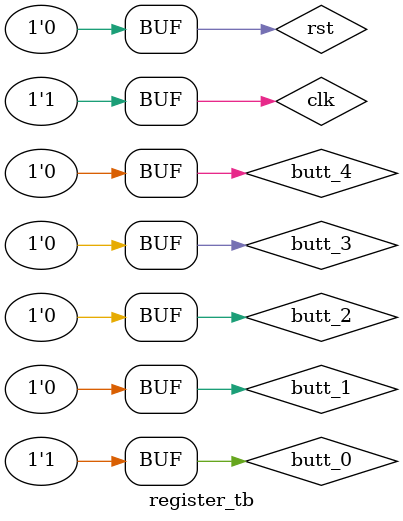
<source format=v>
`timescale 1ns / 1ps

module register_tb() ;
	reg clk,rst,butt_0,butt_1,butt_2,butt_3,butt_4;
wire [7:0]SEG,AN;
	cpu CPU(rst,clk,butt_0,butt_1,butt_2,butt_3,butt_4,SEG,AN);

    initial begin
        butt_0=1;butt_1=0;butt_2=0;butt_3=0;butt_4=0;
        clk = 0;
        rst = 1;
        #5 
        rst = 0;
    end

	always  begin
		#10
        clk = 0;
        #10 
        clk = 1;
	end

endmodule
</source>
